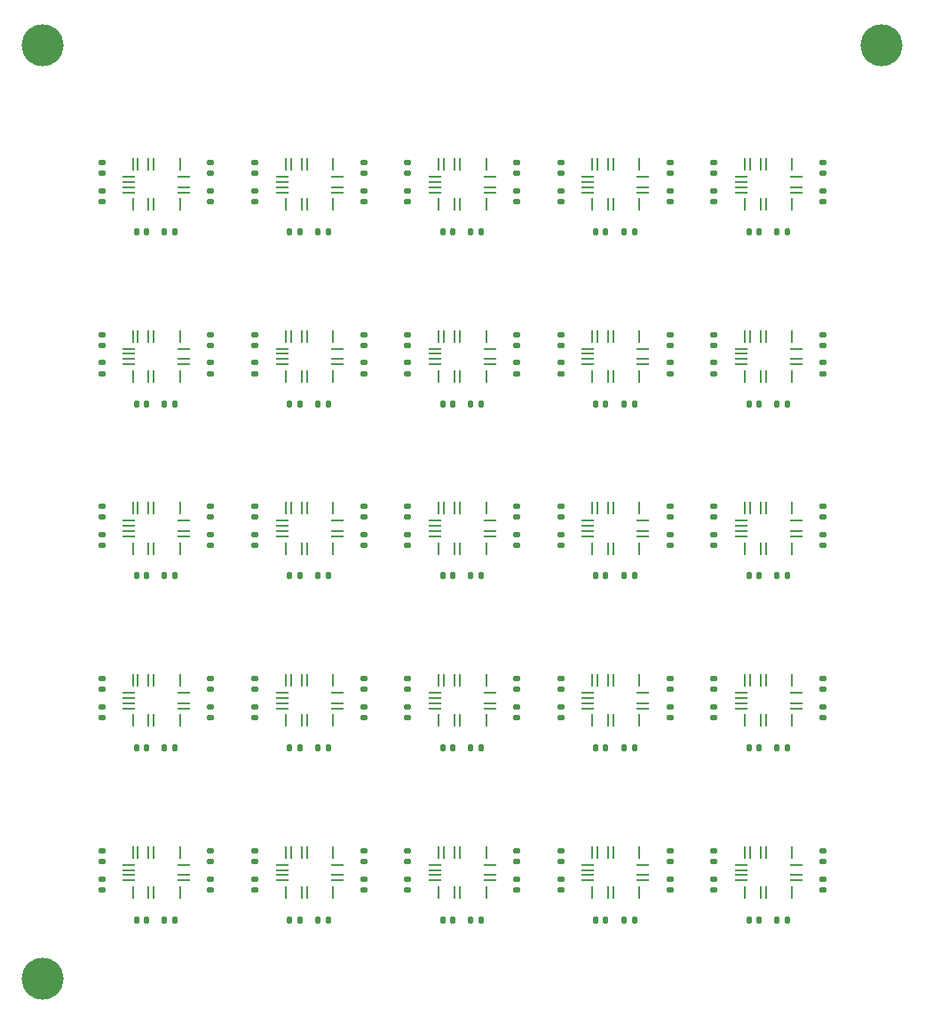
<source format=gbr>
%TF.GenerationSoftware,KiCad,Pcbnew,7.0.6-1.fc38*%
%TF.CreationDate,2023-07-31T16:19:08-04:00*%
%TF.ProjectId,bno085-i2c-board-v4-square-panel,626e6f30-3835-42d6-9932-632d626f6172,rev?*%
%TF.SameCoordinates,Original*%
%TF.FileFunction,Paste,Top*%
%TF.FilePolarity,Positive*%
%FSLAX46Y46*%
G04 Gerber Fmt 4.6, Leading zero omitted, Abs format (unit mm)*
G04 Created by KiCad (PCBNEW 7.0.6-1.fc38) date 2023-07-31 16:19:08*
%MOMM*%
%LPD*%
G01*
G04 APERTURE LIST*
G04 Aperture macros list*
%AMRoundRect*
0 Rectangle with rounded corners*
0 $1 Rounding radius*
0 $2 $3 $4 $5 $6 $7 $8 $9 X,Y pos of 4 corners*
0 Add a 4 corners polygon primitive as box body*
4,1,4,$2,$3,$4,$5,$6,$7,$8,$9,$2,$3,0*
0 Add four circle primitives for the rounded corners*
1,1,$1+$1,$2,$3*
1,1,$1+$1,$4,$5*
1,1,$1+$1,$6,$7*
1,1,$1+$1,$8,$9*
0 Add four rect primitives between the rounded corners*
20,1,$1+$1,$2,$3,$4,$5,0*
20,1,$1+$1,$4,$5,$6,$7,0*
20,1,$1+$1,$6,$7,$8,$9,0*
20,1,$1+$1,$8,$9,$2,$3,0*%
G04 Aperture macros list end*
%ADD10RoundRect,0.135000X0.185000X-0.135000X0.185000X0.135000X-0.185000X0.135000X-0.185000X-0.135000X0*%
%ADD11C,4.000000*%
%ADD12RoundRect,0.135000X-0.185000X0.135000X-0.185000X-0.135000X0.185000X-0.135000X0.185000X0.135000X0*%
%ADD13RoundRect,0.135000X-0.135000X-0.185000X0.135000X-0.185000X0.135000X0.185000X-0.135000X0.185000X0*%
%ADD14R,0.254000X1.175000*%
%ADD15R,1.150000X0.254000*%
%ADD16RoundRect,0.140000X0.140000X0.170000X-0.140000X0.170000X-0.140000X-0.170000X0.140000X-0.170000X0*%
G04 APERTURE END LIST*
D10*
%TO.C,R5*%
X66500000Y-47510000D03*
X66500000Y-46490000D03*
%TD*%
D11*
%TO.C,REF\u002A\u002A*%
X2500000Y-2500000D03*
%TD*%
D10*
%TO.C,R3*%
X51900000Y-66610000D03*
X51900000Y-65590000D03*
%TD*%
D12*
%TO.C,R2*%
X62300000Y-16390000D03*
X62300000Y-17410000D03*
%TD*%
D13*
%TO.C,R1*%
X43290000Y-20300000D03*
X44310000Y-20300000D03*
%TD*%
D12*
%TO.C,R2*%
X18500000Y-49190000D03*
X18500000Y-50210000D03*
%TD*%
%TO.C,R2*%
X47700000Y-81990000D03*
X47700000Y-83010000D03*
%TD*%
D13*
%TO.C,R1*%
X14090000Y-69500000D03*
X15110000Y-69500000D03*
%TD*%
D14*
%TO.C,U1*%
X11062500Y-30275000D03*
D15*
X10687500Y-31437500D03*
X10687500Y-31937500D03*
X10687500Y-32437500D03*
X10687500Y-32937500D03*
D14*
X11062500Y-34100000D03*
X12562500Y-34100000D03*
X13062500Y-34100000D03*
X15562500Y-34100000D03*
D15*
X15937500Y-32937500D03*
X15937500Y-32437500D03*
X15937500Y-31437500D03*
D14*
X15562500Y-30275000D03*
X13062500Y-30275000D03*
X12562500Y-30275000D03*
X11562500Y-30275000D03*
%TD*%
D10*
%TO.C,R5*%
X8100000Y-80310000D03*
X8100000Y-79290000D03*
%TD*%
%TO.C,R4*%
X47700000Y-47510000D03*
X47700000Y-46490000D03*
%TD*%
D12*
%TO.C,R2*%
X47700000Y-32790000D03*
X47700000Y-33810000D03*
%TD*%
D10*
%TO.C,R3*%
X8100000Y-50210000D03*
X8100000Y-49190000D03*
%TD*%
%TO.C,R4*%
X18500000Y-63910000D03*
X18500000Y-62890000D03*
%TD*%
%TO.C,R3*%
X66500000Y-17410000D03*
X66500000Y-16390000D03*
%TD*%
D14*
%TO.C,U1*%
X11062500Y-79475000D03*
D15*
X10687500Y-80637500D03*
X10687500Y-81137500D03*
X10687500Y-81637500D03*
X10687500Y-82137500D03*
D14*
X11062500Y-83300000D03*
X12562500Y-83300000D03*
X13062500Y-83300000D03*
X15562500Y-83300000D03*
D15*
X15937500Y-82137500D03*
X15937500Y-81637500D03*
X15937500Y-80637500D03*
D14*
X15562500Y-79475000D03*
X13062500Y-79475000D03*
X12562500Y-79475000D03*
X11562500Y-79475000D03*
%TD*%
%TO.C,U1*%
X40262500Y-79475000D03*
D15*
X39887500Y-80637500D03*
X39887500Y-81137500D03*
X39887500Y-81637500D03*
X39887500Y-82137500D03*
D14*
X40262500Y-83300000D03*
X41762500Y-83300000D03*
X42262500Y-83300000D03*
X44762500Y-83300000D03*
D15*
X45137500Y-82137500D03*
X45137500Y-81637500D03*
X45137500Y-80637500D03*
D14*
X44762500Y-79475000D03*
X42262500Y-79475000D03*
X41762500Y-79475000D03*
X40762500Y-79475000D03*
%TD*%
%TO.C,U1*%
X54862500Y-30275000D03*
D15*
X54487500Y-31437500D03*
X54487500Y-31937500D03*
X54487500Y-32437500D03*
X54487500Y-32937500D03*
D14*
X54862500Y-34100000D03*
X56362500Y-34100000D03*
X56862500Y-34100000D03*
X59362500Y-34100000D03*
D15*
X59737500Y-32937500D03*
X59737500Y-32437500D03*
X59737500Y-31437500D03*
D14*
X59362500Y-30275000D03*
X56862500Y-30275000D03*
X56362500Y-30275000D03*
X55362500Y-30275000D03*
%TD*%
D10*
%TO.C,R4*%
X62300000Y-31110000D03*
X62300000Y-30090000D03*
%TD*%
%TO.C,R5*%
X66500000Y-14710000D03*
X66500000Y-13690000D03*
%TD*%
%TO.C,R4*%
X62300000Y-63910000D03*
X62300000Y-62890000D03*
%TD*%
%TO.C,R5*%
X37300000Y-80310000D03*
X37300000Y-79290000D03*
%TD*%
%TO.C,R4*%
X18500000Y-31110000D03*
X18500000Y-30090000D03*
%TD*%
D16*
%TO.C,C1*%
X41580000Y-85900000D03*
X40620000Y-85900000D03*
%TD*%
D10*
%TO.C,R4*%
X76900000Y-31110000D03*
X76900000Y-30090000D03*
%TD*%
%TO.C,R4*%
X47700000Y-80310000D03*
X47700000Y-79290000D03*
%TD*%
D14*
%TO.C,U1*%
X69462500Y-13875000D03*
D15*
X69087500Y-15037500D03*
X69087500Y-15537500D03*
X69087500Y-16037500D03*
X69087500Y-16537500D03*
D14*
X69462500Y-17700000D03*
X70962500Y-17700000D03*
X71462500Y-17700000D03*
X73962500Y-17700000D03*
D15*
X74337500Y-16537500D03*
X74337500Y-16037500D03*
X74337500Y-15037500D03*
D14*
X73962500Y-13875000D03*
X71462500Y-13875000D03*
X70962500Y-13875000D03*
X69962500Y-13875000D03*
%TD*%
D10*
%TO.C,R4*%
X47700000Y-31110000D03*
X47700000Y-30090000D03*
%TD*%
D12*
%TO.C,R2*%
X76900000Y-81990000D03*
X76900000Y-83010000D03*
%TD*%
D10*
%TO.C,R5*%
X66500000Y-80310000D03*
X66500000Y-79290000D03*
%TD*%
D16*
%TO.C,C1*%
X70780000Y-20300000D03*
X69820000Y-20300000D03*
%TD*%
D13*
%TO.C,R1*%
X28690000Y-85900000D03*
X29710000Y-85900000D03*
%TD*%
%TO.C,R1*%
X72490000Y-36700000D03*
X73510000Y-36700000D03*
%TD*%
%TO.C,R1*%
X72490000Y-69500000D03*
X73510000Y-69500000D03*
%TD*%
D14*
%TO.C,U1*%
X25662500Y-30275000D03*
D15*
X25287500Y-31437500D03*
X25287500Y-31937500D03*
X25287500Y-32437500D03*
X25287500Y-32937500D03*
D14*
X25662500Y-34100000D03*
X27162500Y-34100000D03*
X27662500Y-34100000D03*
X30162500Y-34100000D03*
D15*
X30537500Y-32937500D03*
X30537500Y-32437500D03*
X30537500Y-31437500D03*
D14*
X30162500Y-30275000D03*
X27662500Y-30275000D03*
X27162500Y-30275000D03*
X26162500Y-30275000D03*
%TD*%
D10*
%TO.C,R5*%
X37300000Y-31110000D03*
X37300000Y-30090000D03*
%TD*%
%TO.C,R4*%
X76900000Y-63910000D03*
X76900000Y-62890000D03*
%TD*%
%TO.C,R3*%
X51900000Y-17410000D03*
X51900000Y-16390000D03*
%TD*%
D13*
%TO.C,R1*%
X28690000Y-69500000D03*
X29710000Y-69500000D03*
%TD*%
D12*
%TO.C,R2*%
X33100000Y-16390000D03*
X33100000Y-17410000D03*
%TD*%
D14*
%TO.C,U1*%
X40262500Y-13875000D03*
D15*
X39887500Y-15037500D03*
X39887500Y-15537500D03*
X39887500Y-16037500D03*
X39887500Y-16537500D03*
D14*
X40262500Y-17700000D03*
X41762500Y-17700000D03*
X42262500Y-17700000D03*
X44762500Y-17700000D03*
D15*
X45137500Y-16537500D03*
X45137500Y-16037500D03*
X45137500Y-15037500D03*
D14*
X44762500Y-13875000D03*
X42262500Y-13875000D03*
X41762500Y-13875000D03*
X40762500Y-13875000D03*
%TD*%
D10*
%TO.C,R3*%
X37300000Y-66610000D03*
X37300000Y-65590000D03*
%TD*%
D11*
%TO.C,REF\u002A\u002A*%
X2500000Y-91500000D03*
%TD*%
D10*
%TO.C,R5*%
X37300000Y-14710000D03*
X37300000Y-13690000D03*
%TD*%
%TO.C,R3*%
X22700000Y-50210000D03*
X22700000Y-49190000D03*
%TD*%
D16*
%TO.C,C1*%
X26980000Y-69500000D03*
X26020000Y-69500000D03*
%TD*%
D10*
%TO.C,R4*%
X33100000Y-31110000D03*
X33100000Y-30090000D03*
%TD*%
%TO.C,R4*%
X18500000Y-80310000D03*
X18500000Y-79290000D03*
%TD*%
D12*
%TO.C,R2*%
X76900000Y-49190000D03*
X76900000Y-50210000D03*
%TD*%
D10*
%TO.C,R5*%
X22700000Y-80310000D03*
X22700000Y-79290000D03*
%TD*%
D13*
%TO.C,R1*%
X28690000Y-53100000D03*
X29710000Y-53100000D03*
%TD*%
D16*
%TO.C,C1*%
X26980000Y-53100000D03*
X26020000Y-53100000D03*
%TD*%
D12*
%TO.C,R2*%
X47700000Y-65590000D03*
X47700000Y-66610000D03*
%TD*%
D10*
%TO.C,R3*%
X51900000Y-33810000D03*
X51900000Y-32790000D03*
%TD*%
%TO.C,R5*%
X37300000Y-63910000D03*
X37300000Y-62890000D03*
%TD*%
D12*
%TO.C,R2*%
X18500000Y-65590000D03*
X18500000Y-66610000D03*
%TD*%
D13*
%TO.C,R1*%
X43290000Y-36700000D03*
X44310000Y-36700000D03*
%TD*%
D12*
%TO.C,R2*%
X62300000Y-49190000D03*
X62300000Y-50210000D03*
%TD*%
D10*
%TO.C,R3*%
X22700000Y-83010000D03*
X22700000Y-81990000D03*
%TD*%
D14*
%TO.C,U1*%
X69462500Y-30275000D03*
D15*
X69087500Y-31437500D03*
X69087500Y-31937500D03*
X69087500Y-32437500D03*
X69087500Y-32937500D03*
D14*
X69462500Y-34100000D03*
X70962500Y-34100000D03*
X71462500Y-34100000D03*
X73962500Y-34100000D03*
D15*
X74337500Y-32937500D03*
X74337500Y-32437500D03*
X74337500Y-31437500D03*
D14*
X73962500Y-30275000D03*
X71462500Y-30275000D03*
X70962500Y-30275000D03*
X69962500Y-30275000D03*
%TD*%
D10*
%TO.C,R5*%
X8100000Y-47510000D03*
X8100000Y-46490000D03*
%TD*%
D14*
%TO.C,U1*%
X25662500Y-79475000D03*
D15*
X25287500Y-80637500D03*
X25287500Y-81137500D03*
X25287500Y-81637500D03*
X25287500Y-82137500D03*
D14*
X25662500Y-83300000D03*
X27162500Y-83300000D03*
X27662500Y-83300000D03*
X30162500Y-83300000D03*
D15*
X30537500Y-82137500D03*
X30537500Y-81637500D03*
X30537500Y-80637500D03*
D14*
X30162500Y-79475000D03*
X27662500Y-79475000D03*
X27162500Y-79475000D03*
X26162500Y-79475000D03*
%TD*%
%TO.C,U1*%
X11062500Y-63075000D03*
D15*
X10687500Y-64237500D03*
X10687500Y-64737500D03*
X10687500Y-65237500D03*
X10687500Y-65737500D03*
D14*
X11062500Y-66900000D03*
X12562500Y-66900000D03*
X13062500Y-66900000D03*
X15562500Y-66900000D03*
D15*
X15937500Y-65737500D03*
X15937500Y-65237500D03*
X15937500Y-64237500D03*
D14*
X15562500Y-63075000D03*
X13062500Y-63075000D03*
X12562500Y-63075000D03*
X11562500Y-63075000D03*
%TD*%
D12*
%TO.C,R2*%
X33100000Y-65590000D03*
X33100000Y-66610000D03*
%TD*%
%TO.C,R2*%
X76900000Y-16390000D03*
X76900000Y-17410000D03*
%TD*%
D10*
%TO.C,R3*%
X66500000Y-66610000D03*
X66500000Y-65590000D03*
%TD*%
%TO.C,R5*%
X51900000Y-14710000D03*
X51900000Y-13690000D03*
%TD*%
%TO.C,R3*%
X66500000Y-50210000D03*
X66500000Y-49190000D03*
%TD*%
%TO.C,R5*%
X51900000Y-63910000D03*
X51900000Y-62890000D03*
%TD*%
D16*
%TO.C,C1*%
X12380000Y-20300000D03*
X11420000Y-20300000D03*
%TD*%
D12*
%TO.C,R2*%
X33100000Y-81990000D03*
X33100000Y-83010000D03*
%TD*%
D13*
%TO.C,R1*%
X28690000Y-20300000D03*
X29710000Y-20300000D03*
%TD*%
D14*
%TO.C,U1*%
X54862500Y-13875000D03*
D15*
X54487500Y-15037500D03*
X54487500Y-15537500D03*
X54487500Y-16037500D03*
X54487500Y-16537500D03*
D14*
X54862500Y-17700000D03*
X56362500Y-17700000D03*
X56862500Y-17700000D03*
X59362500Y-17700000D03*
D15*
X59737500Y-16537500D03*
X59737500Y-16037500D03*
X59737500Y-15037500D03*
D14*
X59362500Y-13875000D03*
X56862500Y-13875000D03*
X56362500Y-13875000D03*
X55362500Y-13875000D03*
%TD*%
D10*
%TO.C,R5*%
X22700000Y-31110000D03*
X22700000Y-30090000D03*
%TD*%
%TO.C,R3*%
X66500000Y-33810000D03*
X66500000Y-32790000D03*
%TD*%
D14*
%TO.C,U1*%
X11062500Y-46675000D03*
D15*
X10687500Y-47837500D03*
X10687500Y-48337500D03*
X10687500Y-48837500D03*
X10687500Y-49337500D03*
D14*
X11062500Y-50500000D03*
X12562500Y-50500000D03*
X13062500Y-50500000D03*
X15562500Y-50500000D03*
D15*
X15937500Y-49337500D03*
X15937500Y-48837500D03*
X15937500Y-47837500D03*
D14*
X15562500Y-46675000D03*
X13062500Y-46675000D03*
X12562500Y-46675000D03*
X11562500Y-46675000D03*
%TD*%
D12*
%TO.C,R2*%
X18500000Y-16390000D03*
X18500000Y-17410000D03*
%TD*%
D10*
%TO.C,R3*%
X51900000Y-50210000D03*
X51900000Y-49190000D03*
%TD*%
%TO.C,R4*%
X76900000Y-14710000D03*
X76900000Y-13690000D03*
%TD*%
%TO.C,R5*%
X66500000Y-63910000D03*
X66500000Y-62890000D03*
%TD*%
%TO.C,R3*%
X37300000Y-17410000D03*
X37300000Y-16390000D03*
%TD*%
D13*
%TO.C,R1*%
X72490000Y-20300000D03*
X73510000Y-20300000D03*
%TD*%
D14*
%TO.C,U1*%
X54862500Y-46675000D03*
D15*
X54487500Y-47837500D03*
X54487500Y-48337500D03*
X54487500Y-48837500D03*
X54487500Y-49337500D03*
D14*
X54862500Y-50500000D03*
X56362500Y-50500000D03*
X56862500Y-50500000D03*
X59362500Y-50500000D03*
D15*
X59737500Y-49337500D03*
X59737500Y-48837500D03*
X59737500Y-47837500D03*
D14*
X59362500Y-46675000D03*
X56862500Y-46675000D03*
X56362500Y-46675000D03*
X55362500Y-46675000D03*
%TD*%
D16*
%TO.C,C1*%
X70780000Y-85900000D03*
X69820000Y-85900000D03*
%TD*%
%TO.C,C1*%
X12380000Y-69500000D03*
X11420000Y-69500000D03*
%TD*%
D12*
%TO.C,R2*%
X62300000Y-65590000D03*
X62300000Y-66610000D03*
%TD*%
D10*
%TO.C,R3*%
X37300000Y-50210000D03*
X37300000Y-49190000D03*
%TD*%
D16*
%TO.C,C1*%
X56180000Y-36700000D03*
X55220000Y-36700000D03*
%TD*%
D13*
%TO.C,R1*%
X14090000Y-53100000D03*
X15110000Y-53100000D03*
%TD*%
D14*
%TO.C,U1*%
X11062500Y-13875000D03*
D15*
X10687500Y-15037500D03*
X10687500Y-15537500D03*
X10687500Y-16037500D03*
X10687500Y-16537500D03*
D14*
X11062500Y-17700000D03*
X12562500Y-17700000D03*
X13062500Y-17700000D03*
X15562500Y-17700000D03*
D15*
X15937500Y-16537500D03*
X15937500Y-16037500D03*
X15937500Y-15037500D03*
D14*
X15562500Y-13875000D03*
X13062500Y-13875000D03*
X12562500Y-13875000D03*
X11562500Y-13875000D03*
%TD*%
%TO.C,U1*%
X54862500Y-79475000D03*
D15*
X54487500Y-80637500D03*
X54487500Y-81137500D03*
X54487500Y-81637500D03*
X54487500Y-82137500D03*
D14*
X54862500Y-83300000D03*
X56362500Y-83300000D03*
X56862500Y-83300000D03*
X59362500Y-83300000D03*
D15*
X59737500Y-82137500D03*
X59737500Y-81637500D03*
X59737500Y-80637500D03*
D14*
X59362500Y-79475000D03*
X56862500Y-79475000D03*
X56362500Y-79475000D03*
X55362500Y-79475000D03*
%TD*%
%TO.C,U1*%
X25662500Y-46675000D03*
D15*
X25287500Y-47837500D03*
X25287500Y-48337500D03*
X25287500Y-48837500D03*
X25287500Y-49337500D03*
D14*
X25662500Y-50500000D03*
X27162500Y-50500000D03*
X27662500Y-50500000D03*
X30162500Y-50500000D03*
D15*
X30537500Y-49337500D03*
X30537500Y-48837500D03*
X30537500Y-47837500D03*
D14*
X30162500Y-46675000D03*
X27662500Y-46675000D03*
X27162500Y-46675000D03*
X26162500Y-46675000D03*
%TD*%
D13*
%TO.C,R1*%
X57890000Y-85900000D03*
X58910000Y-85900000D03*
%TD*%
D10*
%TO.C,R4*%
X33100000Y-63910000D03*
X33100000Y-62890000D03*
%TD*%
D12*
%TO.C,R2*%
X47700000Y-16390000D03*
X47700000Y-17410000D03*
%TD*%
D10*
%TO.C,R5*%
X8100000Y-31110000D03*
X8100000Y-30090000D03*
%TD*%
%TO.C,R5*%
X51900000Y-47510000D03*
X51900000Y-46490000D03*
%TD*%
D12*
%TO.C,R2*%
X18500000Y-32790000D03*
X18500000Y-33810000D03*
%TD*%
D13*
%TO.C,R1*%
X14090000Y-20300000D03*
X15110000Y-20300000D03*
%TD*%
%TO.C,R1*%
X57890000Y-36700000D03*
X58910000Y-36700000D03*
%TD*%
D10*
%TO.C,R4*%
X62300000Y-14710000D03*
X62300000Y-13690000D03*
%TD*%
%TO.C,R3*%
X37300000Y-33810000D03*
X37300000Y-32790000D03*
%TD*%
D14*
%TO.C,U1*%
X25662500Y-13875000D03*
D15*
X25287500Y-15037500D03*
X25287500Y-15537500D03*
X25287500Y-16037500D03*
X25287500Y-16537500D03*
D14*
X25662500Y-17700000D03*
X27162500Y-17700000D03*
X27662500Y-17700000D03*
X30162500Y-17700000D03*
D15*
X30537500Y-16537500D03*
X30537500Y-16037500D03*
X30537500Y-15037500D03*
D14*
X30162500Y-13875000D03*
X27662500Y-13875000D03*
X27162500Y-13875000D03*
X26162500Y-13875000D03*
%TD*%
D13*
%TO.C,R1*%
X14090000Y-36700000D03*
X15110000Y-36700000D03*
%TD*%
D10*
%TO.C,R3*%
X37300000Y-83010000D03*
X37300000Y-81990000D03*
%TD*%
D12*
%TO.C,R2*%
X33100000Y-49190000D03*
X33100000Y-50210000D03*
%TD*%
D10*
%TO.C,R5*%
X37300000Y-47510000D03*
X37300000Y-46490000D03*
%TD*%
D12*
%TO.C,R2*%
X62300000Y-32790000D03*
X62300000Y-33810000D03*
%TD*%
D16*
%TO.C,C1*%
X56180000Y-85900000D03*
X55220000Y-85900000D03*
%TD*%
D10*
%TO.C,R3*%
X66500000Y-83010000D03*
X66500000Y-81990000D03*
%TD*%
D16*
%TO.C,C1*%
X41580000Y-69500000D03*
X40620000Y-69500000D03*
%TD*%
D10*
%TO.C,R4*%
X33100000Y-14710000D03*
X33100000Y-13690000D03*
%TD*%
D16*
%TO.C,C1*%
X12380000Y-85900000D03*
X11420000Y-85900000D03*
%TD*%
D10*
%TO.C,R4*%
X76900000Y-80310000D03*
X76900000Y-79290000D03*
%TD*%
D12*
%TO.C,R2*%
X62300000Y-81990000D03*
X62300000Y-83010000D03*
%TD*%
D14*
%TO.C,U1*%
X54862500Y-63075000D03*
D15*
X54487500Y-64237500D03*
X54487500Y-64737500D03*
X54487500Y-65237500D03*
X54487500Y-65737500D03*
D14*
X54862500Y-66900000D03*
X56362500Y-66900000D03*
X56862500Y-66900000D03*
X59362500Y-66900000D03*
D15*
X59737500Y-65737500D03*
X59737500Y-65237500D03*
X59737500Y-64237500D03*
D14*
X59362500Y-63075000D03*
X56862500Y-63075000D03*
X56362500Y-63075000D03*
X55362500Y-63075000D03*
%TD*%
D10*
%TO.C,R5*%
X66500000Y-31110000D03*
X66500000Y-30090000D03*
%TD*%
D16*
%TO.C,C1*%
X70780000Y-69500000D03*
X69820000Y-69500000D03*
%TD*%
D10*
%TO.C,R4*%
X33100000Y-47510000D03*
X33100000Y-46490000D03*
%TD*%
%TO.C,R3*%
X51900000Y-83010000D03*
X51900000Y-81990000D03*
%TD*%
D13*
%TO.C,R1*%
X43290000Y-85900000D03*
X44310000Y-85900000D03*
%TD*%
D10*
%TO.C,R3*%
X22700000Y-66610000D03*
X22700000Y-65590000D03*
%TD*%
%TO.C,R5*%
X8100000Y-63910000D03*
X8100000Y-62890000D03*
%TD*%
%TO.C,R3*%
X8100000Y-66610000D03*
X8100000Y-65590000D03*
%TD*%
D16*
%TO.C,C1*%
X26980000Y-36700000D03*
X26020000Y-36700000D03*
%TD*%
D14*
%TO.C,U1*%
X40262500Y-46675000D03*
D15*
X39887500Y-47837500D03*
X39887500Y-48337500D03*
X39887500Y-48837500D03*
X39887500Y-49337500D03*
D14*
X40262500Y-50500000D03*
X41762500Y-50500000D03*
X42262500Y-50500000D03*
X44762500Y-50500000D03*
D15*
X45137500Y-49337500D03*
X45137500Y-48837500D03*
X45137500Y-47837500D03*
D14*
X44762500Y-46675000D03*
X42262500Y-46675000D03*
X41762500Y-46675000D03*
X40762500Y-46675000D03*
%TD*%
%TO.C,U1*%
X25662500Y-63075000D03*
D15*
X25287500Y-64237500D03*
X25287500Y-64737500D03*
X25287500Y-65237500D03*
X25287500Y-65737500D03*
D14*
X25662500Y-66900000D03*
X27162500Y-66900000D03*
X27662500Y-66900000D03*
X30162500Y-66900000D03*
D15*
X30537500Y-65737500D03*
X30537500Y-65237500D03*
X30537500Y-64237500D03*
D14*
X30162500Y-63075000D03*
X27662500Y-63075000D03*
X27162500Y-63075000D03*
X26162500Y-63075000D03*
%TD*%
D10*
%TO.C,R5*%
X51900000Y-31110000D03*
X51900000Y-30090000D03*
%TD*%
D16*
%TO.C,C1*%
X41580000Y-20300000D03*
X40620000Y-20300000D03*
%TD*%
D10*
%TO.C,R4*%
X47700000Y-14710000D03*
X47700000Y-13690000D03*
%TD*%
%TO.C,R3*%
X8100000Y-83010000D03*
X8100000Y-81990000D03*
%TD*%
D13*
%TO.C,R1*%
X72490000Y-53100000D03*
X73510000Y-53100000D03*
%TD*%
D10*
%TO.C,R5*%
X22700000Y-63910000D03*
X22700000Y-62890000D03*
%TD*%
%TO.C,R3*%
X8100000Y-17410000D03*
X8100000Y-16390000D03*
%TD*%
D12*
%TO.C,R2*%
X18500000Y-81990000D03*
X18500000Y-83010000D03*
%TD*%
%TO.C,R2*%
X76900000Y-32790000D03*
X76900000Y-33810000D03*
%TD*%
D10*
%TO.C,R4*%
X47700000Y-63910000D03*
X47700000Y-62890000D03*
%TD*%
D14*
%TO.C,U1*%
X40262500Y-30275000D03*
D15*
X39887500Y-31437500D03*
X39887500Y-31937500D03*
X39887500Y-32437500D03*
X39887500Y-32937500D03*
D14*
X40262500Y-34100000D03*
X41762500Y-34100000D03*
X42262500Y-34100000D03*
X44762500Y-34100000D03*
D15*
X45137500Y-32937500D03*
X45137500Y-32437500D03*
X45137500Y-31437500D03*
D14*
X44762500Y-30275000D03*
X42262500Y-30275000D03*
X41762500Y-30275000D03*
X40762500Y-30275000D03*
%TD*%
D13*
%TO.C,R1*%
X43290000Y-53100000D03*
X44310000Y-53100000D03*
%TD*%
%TO.C,R1*%
X14090000Y-85900000D03*
X15110000Y-85900000D03*
%TD*%
D10*
%TO.C,R5*%
X8100000Y-14710000D03*
X8100000Y-13690000D03*
%TD*%
D16*
%TO.C,C1*%
X26980000Y-20300000D03*
X26020000Y-20300000D03*
%TD*%
D14*
%TO.C,U1*%
X69462500Y-79475000D03*
D15*
X69087500Y-80637500D03*
X69087500Y-81137500D03*
X69087500Y-81637500D03*
X69087500Y-82137500D03*
D14*
X69462500Y-83300000D03*
X70962500Y-83300000D03*
X71462500Y-83300000D03*
X73962500Y-83300000D03*
D15*
X74337500Y-82137500D03*
X74337500Y-81637500D03*
X74337500Y-80637500D03*
D14*
X73962500Y-79475000D03*
X71462500Y-79475000D03*
X70962500Y-79475000D03*
X69962500Y-79475000D03*
%TD*%
D10*
%TO.C,R4*%
X18500000Y-14710000D03*
X18500000Y-13690000D03*
%TD*%
D16*
%TO.C,C1*%
X41580000Y-36700000D03*
X40620000Y-36700000D03*
%TD*%
%TO.C,C1*%
X70780000Y-36700000D03*
X69820000Y-36700000D03*
%TD*%
D14*
%TO.C,U1*%
X69462500Y-46675000D03*
D15*
X69087500Y-47837500D03*
X69087500Y-48337500D03*
X69087500Y-48837500D03*
X69087500Y-49337500D03*
D14*
X69462500Y-50500000D03*
X70962500Y-50500000D03*
X71462500Y-50500000D03*
X73962500Y-50500000D03*
D15*
X74337500Y-49337500D03*
X74337500Y-48837500D03*
X74337500Y-47837500D03*
D14*
X73962500Y-46675000D03*
X71462500Y-46675000D03*
X70962500Y-46675000D03*
X69962500Y-46675000D03*
%TD*%
D10*
%TO.C,R4*%
X62300000Y-80310000D03*
X62300000Y-79290000D03*
%TD*%
%TO.C,R4*%
X62300000Y-47510000D03*
X62300000Y-46490000D03*
%TD*%
D16*
%TO.C,C1*%
X12380000Y-36700000D03*
X11420000Y-36700000D03*
%TD*%
%TO.C,C1*%
X12380000Y-53100000D03*
X11420000Y-53100000D03*
%TD*%
D10*
%TO.C,R5*%
X51900000Y-80310000D03*
X51900000Y-79290000D03*
%TD*%
D12*
%TO.C,R2*%
X33100000Y-32790000D03*
X33100000Y-33810000D03*
%TD*%
D16*
%TO.C,C1*%
X41580000Y-53100000D03*
X40620000Y-53100000D03*
%TD*%
D12*
%TO.C,R2*%
X47700000Y-49190000D03*
X47700000Y-50210000D03*
%TD*%
D10*
%TO.C,R3*%
X8100000Y-33810000D03*
X8100000Y-32790000D03*
%TD*%
D14*
%TO.C,U1*%
X69462500Y-63075000D03*
D15*
X69087500Y-64237500D03*
X69087500Y-64737500D03*
X69087500Y-65237500D03*
X69087500Y-65737500D03*
D14*
X69462500Y-66900000D03*
X70962500Y-66900000D03*
X71462500Y-66900000D03*
X73962500Y-66900000D03*
D15*
X74337500Y-65737500D03*
X74337500Y-65237500D03*
X74337500Y-64237500D03*
D14*
X73962500Y-63075000D03*
X71462500Y-63075000D03*
X70962500Y-63075000D03*
X69962500Y-63075000D03*
%TD*%
D10*
%TO.C,R5*%
X22700000Y-14710000D03*
X22700000Y-13690000D03*
%TD*%
D13*
%TO.C,R1*%
X72490000Y-85900000D03*
X73510000Y-85900000D03*
%TD*%
D12*
%TO.C,R2*%
X76900000Y-65590000D03*
X76900000Y-66610000D03*
%TD*%
D16*
%TO.C,C1*%
X56180000Y-69500000D03*
X55220000Y-69500000D03*
%TD*%
%TO.C,C1*%
X56180000Y-53100000D03*
X55220000Y-53100000D03*
%TD*%
D10*
%TO.C,R4*%
X33100000Y-80310000D03*
X33100000Y-79290000D03*
%TD*%
D16*
%TO.C,C1*%
X56180000Y-20300000D03*
X55220000Y-20300000D03*
%TD*%
D10*
%TO.C,R3*%
X22700000Y-33810000D03*
X22700000Y-32790000D03*
%TD*%
%TO.C,R4*%
X76900000Y-47510000D03*
X76900000Y-46490000D03*
%TD*%
D13*
%TO.C,R1*%
X57890000Y-69500000D03*
X58910000Y-69500000D03*
%TD*%
%TO.C,R1*%
X57890000Y-53100000D03*
X58910000Y-53100000D03*
%TD*%
D10*
%TO.C,R3*%
X22700000Y-17410000D03*
X22700000Y-16390000D03*
%TD*%
D11*
%TO.C,REF\u002A\u002A*%
X82500000Y-2500000D03*
%TD*%
D13*
%TO.C,R1*%
X43290000Y-69500000D03*
X44310000Y-69500000D03*
%TD*%
D10*
%TO.C,R4*%
X18500000Y-47510000D03*
X18500000Y-46490000D03*
%TD*%
D16*
%TO.C,C1*%
X70780000Y-53100000D03*
X69820000Y-53100000D03*
%TD*%
%TO.C,C1*%
X26980000Y-85900000D03*
X26020000Y-85900000D03*
%TD*%
D13*
%TO.C,R1*%
X57890000Y-20300000D03*
X58910000Y-20300000D03*
%TD*%
%TO.C,R1*%
X28690000Y-36700000D03*
X29710000Y-36700000D03*
%TD*%
D10*
%TO.C,R5*%
X22700000Y-47510000D03*
X22700000Y-46490000D03*
%TD*%
D14*
%TO.C,U1*%
X40262500Y-63075000D03*
D15*
X39887500Y-64237500D03*
X39887500Y-64737500D03*
X39887500Y-65237500D03*
X39887500Y-65737500D03*
D14*
X40262500Y-66900000D03*
X41762500Y-66900000D03*
X42262500Y-66900000D03*
X44762500Y-66900000D03*
D15*
X45137500Y-65737500D03*
X45137500Y-65237500D03*
X45137500Y-64237500D03*
D14*
X44762500Y-63075000D03*
X42262500Y-63075000D03*
X41762500Y-63075000D03*
X40762500Y-63075000D03*
%TD*%
M02*

</source>
